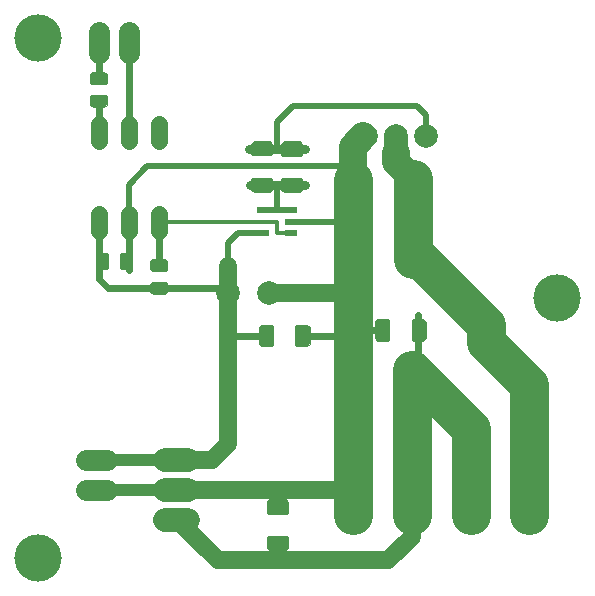
<source format=gtl>
%FSLAX34Y34*%
%MOMM*%
%LNCOPPER_TOP*%
G71*
G01*
%ADD10C, 1.400*%
%ADD11C, 0.600*%
%ADD12R, 1.000X0.600*%
%ADD13C, 2.000*%
%ADD14C, 2.000*%
%ADD15C, 2.450*%
%ADD16C, 1.800*%
%ADD17C, 0.000*%
%ADD18R, 0.900X0.800*%
%ADD19R, 0.500X0.500*%
%ADD20C, 2.430*%
%ADD21C, 4.000*%
%ADD22C, 3.300*%
%ADD23C, 1.540*%
%ADD24C, 2.330*%
%ADD25C, 0.480*%
%ADD26R, 0.800X0.900*%
%ADD27C, 1.000*%
%ADD28C, 0.300*%
%ADD29C, 0.800*%
%LPD*%
G54D10*
X80956Y-102513D02*
X80956Y-116513D01*
G54D10*
X106355Y-102513D02*
X106356Y-116513D01*
G54D10*
X131755Y-102513D02*
X131755Y-116513D01*
G54D10*
X131755Y-178713D02*
X131755Y-192713D01*
G54D10*
X106355Y-178713D02*
X106356Y-192713D01*
G54D10*
X80956Y-178713D02*
X80955Y-192713D01*
G54D11*
X80857Y-109182D02*
X80857Y-82988D01*
G54D11*
X80857Y-62351D02*
X80857Y-32982D01*
G54D11*
X106257Y-103626D02*
X106257Y-32982D01*
X219868Y-194469D02*
G54D12*
D03*
X219868Y-175469D02*
G54D12*
D03*
X243668Y-194469D02*
G54D12*
D03*
X243668Y-175469D02*
G54D12*
D03*
X243668Y-184969D02*
G54D12*
D03*
G54D13*
X136862Y-386519D02*
X156862Y-386519D01*
G54D13*
X136862Y-411919D02*
X156862Y-411919D01*
G54D13*
X136862Y-437319D02*
X156862Y-437319D01*
X307199Y-112676D02*
G54D14*
D03*
X332599Y-112676D02*
G54D14*
D03*
X357999Y-112675D02*
G54D14*
D03*
X346655Y-210250D02*
G54D14*
D03*
X296649Y-210250D02*
G54D14*
D03*
X296087Y-433350D02*
G54D15*
D03*
X346087Y-433350D02*
G54D15*
D03*
X396087Y-433350D02*
G54D15*
D03*
X446087Y-433350D02*
G54D15*
D03*
G54D16*
X106257Y-41982D02*
X106257Y-23982D01*
G54D16*
X80857Y-41982D02*
X80857Y-23982D01*
G36*
X237418Y-159957D02*
X235418Y-157957D01*
X235418Y-148957D01*
X236418Y-147957D01*
X252418Y-147957D01*
X253418Y-148957D01*
X253418Y-157957D01*
X251418Y-159957D01*
X237418Y-159957D01*
G37*
G54D17*
X237418Y-159957D02*
X235418Y-157957D01*
X235418Y-148957D01*
X236418Y-147957D01*
X252418Y-147957D01*
X253418Y-148957D01*
X253418Y-157957D01*
X251418Y-159957D01*
X237418Y-159957D01*
G36*
X236918Y-128957D02*
X236418Y-128957D01*
X235418Y-127957D01*
X235418Y-118957D01*
X237418Y-116957D01*
X251418Y-116957D01*
X253418Y-118957D01*
X253418Y-127957D01*
X252418Y-128957D01*
X236918Y-128957D01*
G37*
G54D17*
X236918Y-128957D02*
X236418Y-128957D01*
X235418Y-127957D01*
X235418Y-118957D01*
X237418Y-116957D01*
X251418Y-116957D01*
X253418Y-118957D01*
X253418Y-127957D01*
X252418Y-128957D01*
X236918Y-128957D01*
X244420Y-154509D02*
G54D18*
D03*
X243920Y-122509D02*
G54D18*
D03*
G36*
X75818Y-88063D02*
X73818Y-86063D01*
X73818Y-79063D01*
X74818Y-78063D01*
X86818Y-78063D01*
X87818Y-79063D01*
X87818Y-86063D01*
X85818Y-88063D01*
X75818Y-88063D01*
G37*
G54D17*
X75818Y-88063D02*
X73818Y-86063D01*
X73818Y-79063D01*
X74818Y-78063D01*
X86818Y-78063D01*
X87818Y-79063D01*
X87818Y-86063D01*
X85818Y-88063D01*
X75818Y-88063D01*
G36*
X74818Y-68063D02*
X73818Y-67063D01*
X73818Y-60063D01*
X75818Y-58063D01*
X85818Y-58063D01*
X87818Y-60063D01*
X87818Y-67063D01*
X86818Y-68063D01*
X74818Y-68063D01*
G37*
G54D17*
X74818Y-68063D02*
X73818Y-67063D01*
X73818Y-60063D01*
X75818Y-58063D01*
X85818Y-58063D01*
X87818Y-60063D01*
X87818Y-67063D01*
X86818Y-68063D01*
X74818Y-68063D01*
X80857Y-82988D02*
G54D19*
D03*
X80857Y-62988D02*
G54D19*
D03*
G36*
X108905Y-223207D02*
X106905Y-225207D01*
X99905Y-225207D01*
X98905Y-224207D01*
X98905Y-212207D01*
X99905Y-211207D01*
X106905Y-211207D01*
X108905Y-213207D01*
X108905Y-223207D01*
G37*
G54D17*
X108905Y-223207D02*
X106905Y-225207D01*
X99905Y-225207D01*
X98905Y-224207D01*
X98905Y-212207D01*
X99905Y-211207D01*
X106905Y-211207D01*
X108905Y-213207D01*
X108905Y-223207D01*
G36*
X88905Y-224207D02*
X87905Y-225207D01*
X80905Y-225207D01*
X78905Y-223207D01*
X78905Y-213207D01*
X80905Y-211207D01*
X87905Y-211207D01*
X88905Y-212207D01*
X88905Y-224207D01*
G37*
G54D17*
X88905Y-224207D02*
X87905Y-225207D01*
X80905Y-225207D01*
X78905Y-223207D01*
X78905Y-213207D01*
X80905Y-211207D01*
X87905Y-211207D01*
X88905Y-212207D01*
X88905Y-224207D01*
X103980Y-218282D02*
G54D19*
D03*
X83980Y-218282D02*
G54D19*
D03*
G36*
X126706Y-246318D02*
X124706Y-244318D01*
X124706Y-237318D01*
X125706Y-236318D01*
X137706Y-236318D01*
X138706Y-237318D01*
X138706Y-244318D01*
X136706Y-246318D01*
X126706Y-246318D01*
G37*
G54D17*
X126706Y-246318D02*
X124706Y-244318D01*
X124706Y-237318D01*
X125706Y-236318D01*
X137706Y-236318D01*
X138706Y-237318D01*
X138706Y-244318D01*
X136706Y-246318D01*
X126706Y-246318D01*
G36*
X125706Y-226318D02*
X124706Y-225318D01*
X124706Y-218318D01*
X126706Y-216318D01*
X136706Y-216318D01*
X138706Y-218318D01*
X138706Y-225318D01*
X137706Y-226318D01*
X125706Y-226318D01*
G37*
G54D17*
X125706Y-226318D02*
X124706Y-225318D01*
X124706Y-218318D01*
X126706Y-216318D01*
X136706Y-216318D01*
X138706Y-218318D01*
X138706Y-225318D01*
X137706Y-226318D01*
X125706Y-226318D01*
X131762Y-241300D02*
G54D19*
D03*
X131762Y-221300D02*
G54D19*
D03*
X225443Y-245232D02*
G54D14*
D03*
X190443Y-245232D02*
G54D14*
D03*
X295193Y-310494D02*
G54D20*
D03*
X345993Y-310494D02*
G54D20*
D03*
X445848Y-361353D02*
G54D14*
D03*
X395842Y-361353D02*
G54D14*
D03*
G36*
X212018Y-159857D02*
X210018Y-157857D01*
X210018Y-148857D01*
X211018Y-147857D01*
X227018Y-147857D01*
X228018Y-148857D01*
X228018Y-157857D01*
X226018Y-159857D01*
X212018Y-159857D01*
G37*
G54D17*
X212018Y-159857D02*
X210018Y-157857D01*
X210018Y-148857D01*
X211018Y-147857D01*
X227018Y-147857D01*
X228018Y-148857D01*
X228018Y-157857D01*
X226018Y-159857D01*
X212018Y-159857D01*
G36*
X211518Y-128857D02*
X211018Y-128857D01*
X210018Y-127857D01*
X210018Y-118857D01*
X212018Y-116857D01*
X226018Y-116857D01*
X228018Y-118857D01*
X228018Y-127857D01*
X227018Y-128857D01*
X211518Y-128857D01*
G37*
G54D17*
X211518Y-128857D02*
X211018Y-128857D01*
X210018Y-127857D01*
X210018Y-118857D01*
X212018Y-116857D01*
X226018Y-116857D01*
X228018Y-118857D01*
X228018Y-127857D01*
X227018Y-128857D01*
X211518Y-128857D01*
X219020Y-154509D02*
G54D18*
D03*
X218520Y-122509D02*
G54D18*
D03*
X29387Y-469863D02*
G54D21*
D03*
X29387Y-29332D02*
G54D21*
D03*
X469124Y-249200D02*
G54D21*
D03*
G54D22*
X296087Y-433350D02*
X296087Y-149982D01*
G54D22*
X346093Y-433350D02*
X346093Y-310319D01*
G54D22*
X346887Y-216657D02*
X346887Y-149188D01*
G54D22*
X396099Y-433350D02*
X396099Y-360326D01*
X346093Y-310319D01*
G54D23*
X225443Y-245232D02*
X296087Y-245232D01*
G54D13*
X332599Y-112676D02*
X332599Y-130138D01*
G54D24*
X332599Y-126963D02*
X332599Y-134107D01*
X344506Y-146013D01*
G54D24*
X296087Y-147600D02*
X296087Y-121407D01*
X304818Y-112676D01*
G54D16*
X88393Y-411919D02*
X70393Y-411919D01*
G54D16*
X88393Y-386519D02*
X70393Y-386519D01*
G54D25*
X245287Y-184907D02*
X285768Y-184907D01*
G54D25*
X218299Y-175382D02*
X245287Y-175382D01*
G36*
X225518Y-463163D02*
X223518Y-461163D01*
X223518Y-452163D01*
X224518Y-451163D01*
X240518Y-451163D01*
X241518Y-452163D01*
X241518Y-461163D01*
X239518Y-463163D01*
X225518Y-463163D01*
G37*
G54D17*
X225518Y-463163D02*
X223518Y-461163D01*
X223518Y-452163D01*
X224518Y-451163D01*
X240518Y-451163D01*
X241518Y-452163D01*
X241518Y-461163D01*
X239518Y-463163D01*
X225518Y-463163D01*
G36*
X225018Y-432163D02*
X224518Y-432163D01*
X223518Y-431163D01*
X223518Y-422163D01*
X225518Y-420163D01*
X239518Y-420163D01*
X241518Y-422163D01*
X241518Y-431163D01*
X240518Y-432163D01*
X225018Y-432163D01*
G37*
G54D17*
X225018Y-432163D02*
X224518Y-432163D01*
X223518Y-431163D01*
X223518Y-422163D01*
X225518Y-420163D01*
X239518Y-420163D01*
X241518Y-422163D01*
X241518Y-431163D01*
X240518Y-432163D01*
X225018Y-432163D01*
X232510Y-457630D02*
G54D18*
D03*
X232010Y-425630D02*
G54D18*
D03*
G36*
X259518Y-288263D02*
X257518Y-290263D01*
X248518Y-290263D01*
X247518Y-289263D01*
X247518Y-273263D01*
X248518Y-272263D01*
X257518Y-272263D01*
X259518Y-274263D01*
X259518Y-288263D01*
G37*
G54D17*
X259518Y-288263D02*
X257518Y-290263D01*
X248518Y-290263D01*
X247518Y-289263D01*
X247518Y-273263D01*
X248518Y-272263D01*
X257518Y-272263D01*
X259518Y-274263D01*
X259518Y-288263D01*
G36*
X228518Y-288763D02*
X228518Y-289263D01*
X227518Y-290263D01*
X218518Y-290263D01*
X216518Y-288263D01*
X216518Y-274263D01*
X218518Y-272263D01*
X227518Y-272263D01*
X228518Y-273263D01*
X228518Y-288763D01*
G37*
G54D17*
X228518Y-288763D02*
X228518Y-289263D01*
X227518Y-290263D01*
X218518Y-290263D01*
X216518Y-288263D01*
X216518Y-274263D01*
X218518Y-272263D01*
X227518Y-272263D01*
X228518Y-273263D01*
X228518Y-288763D01*
X254160Y-281290D02*
G54D26*
D03*
X222160Y-281790D02*
G54D26*
D03*
G54D11*
X254018Y-281744D02*
X291324Y-281744D01*
G54D11*
X223062Y-281744D02*
X188930Y-281744D01*
G54D23*
X190518Y-222213D02*
X190518Y-373026D01*
X177024Y-386519D01*
X146068Y-386519D01*
G54D23*
X147656Y-411919D02*
X292912Y-411919D01*
G54D23*
X346093Y-433350D02*
X346093Y-451607D01*
X326249Y-471450D01*
X181787Y-471450D01*
X147656Y-437319D01*
G54D11*
X232587Y-427000D02*
X232587Y-411126D01*
G54D11*
X232587Y-457163D02*
X232587Y-472244D01*
G36*
X314918Y-269563D02*
X316918Y-267563D01*
X325918Y-267563D01*
X326918Y-268563D01*
X326918Y-284563D01*
X325918Y-285563D01*
X316918Y-285563D01*
X314918Y-283563D01*
X314918Y-269563D01*
G37*
G54D17*
X314918Y-269563D02*
X316918Y-267563D01*
X325918Y-267563D01*
X326918Y-268563D01*
X326918Y-284563D01*
X325918Y-285563D01*
X316918Y-285563D01*
X314918Y-283563D01*
X314918Y-269563D01*
G36*
X345918Y-269063D02*
X345918Y-268563D01*
X346918Y-267563D01*
X355918Y-267563D01*
X357918Y-269563D01*
X357918Y-283563D01*
X355918Y-285563D01*
X346918Y-285563D01*
X345918Y-284563D01*
X345918Y-269063D01*
G37*
G54D17*
X345918Y-269063D02*
X345918Y-268563D01*
X346918Y-267563D01*
X355918Y-267563D01*
X357918Y-269563D01*
X357918Y-283563D01*
X355918Y-285563D01*
X346918Y-285563D01*
X345918Y-284563D01*
X345918Y-269063D01*
X320470Y-276559D02*
G54D26*
D03*
G36*
X348470Y-271559D02*
X356470Y-271559D01*
X356470Y-280559D01*
X348470Y-280559D01*
X348470Y-271559D01*
G37*
G54D22*
X346887Y-216657D02*
X353237Y-216657D01*
X408799Y-272219D01*
X408799Y-286507D01*
X445312Y-323019D01*
X445312Y-433350D01*
G54D11*
X321487Y-276982D02*
X304024Y-276982D01*
G54D11*
X351649Y-264282D02*
X351649Y-305557D01*
G54D27*
X147656Y-386519D02*
X72249Y-386519D01*
G54D27*
X147656Y-411919D02*
X72249Y-411919D01*
G54D11*
X80956Y-185713D02*
X80956Y-231750D01*
G54D28*
X198437Y-184944D02*
X231774Y-184944D01*
X231774Y-194469D01*
X242093Y-194469D01*
G54D28*
X199230Y-184944D02*
X131762Y-184944D01*
G54D25*
X219074Y-194469D02*
X199230Y-194469D01*
X190499Y-203200D01*
X190499Y-227013D01*
G54D25*
X231774Y-174626D02*
X231774Y-153194D01*
G54D29*
X255587Y-153988D02*
X208755Y-153988D01*
G54D29*
X207962Y-123032D02*
X255587Y-123032D01*
G54D25*
X231774Y-123032D02*
X231774Y-100807D01*
X245268Y-87313D01*
X350837Y-87313D01*
X357980Y-94457D01*
X357980Y-112713D01*
G54D25*
X218280Y-138113D02*
X297655Y-138113D01*
G54D25*
X219074Y-138113D02*
X122237Y-138113D01*
X106362Y-153988D01*
X106362Y-185738D01*
G54D11*
X106356Y-185713D02*
X106356Y-226194D01*
G54D11*
X80962Y-230982D02*
X80962Y-233363D01*
X88899Y-241300D01*
X189705Y-241300D01*
G54D11*
X131762Y-185738D02*
X131762Y-221457D01*
M02*

</source>
